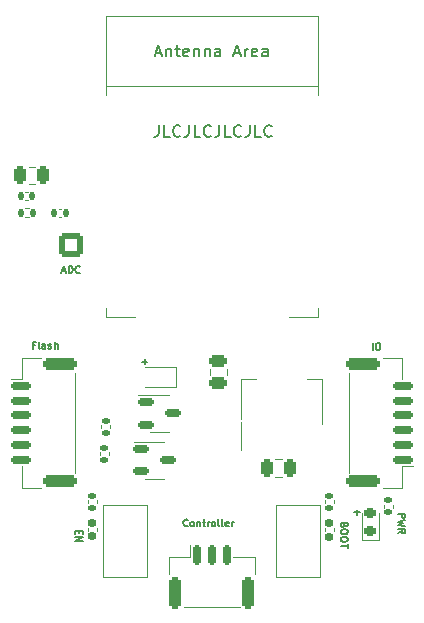
<source format=gbr>
%TF.GenerationSoftware,KiCad,Pcbnew,6.0.10-86aedd382b~118~ubuntu22.04.1*%
%TF.CreationDate,2023-02-09T07:40:42+01:00*%
%TF.ProjectId,mainBoard,6d61696e-426f-4617-9264-2e6b69636164,rev?*%
%TF.SameCoordinates,Original*%
%TF.FileFunction,Legend,Top*%
%TF.FilePolarity,Positive*%
%FSLAX46Y46*%
G04 Gerber Fmt 4.6, Leading zero omitted, Abs format (unit mm)*
G04 Created by KiCad (PCBNEW 6.0.10-86aedd382b~118~ubuntu22.04.1) date 2023-02-09 07:40:42*
%MOMM*%
%LPD*%
G01*
G04 APERTURE LIST*
G04 Aperture macros list*
%AMRoundRect*
0 Rectangle with rounded corners*
0 $1 Rounding radius*
0 $2 $3 $4 $5 $6 $7 $8 $9 X,Y pos of 4 corners*
0 Add a 4 corners polygon primitive as box body*
4,1,4,$2,$3,$4,$5,$6,$7,$8,$9,$2,$3,0*
0 Add four circle primitives for the rounded corners*
1,1,$1+$1,$2,$3*
1,1,$1+$1,$4,$5*
1,1,$1+$1,$6,$7*
1,1,$1+$1,$8,$9*
0 Add four rect primitives between the rounded corners*
20,1,$1+$1,$2,$3,$4,$5,0*
20,1,$1+$1,$4,$5,$6,$7,0*
20,1,$1+$1,$6,$7,$8,$9,0*
20,1,$1+$1,$8,$9,$2,$3,0*%
G04 Aperture macros list end*
%ADD10C,0.150000*%
%ADD11C,0.120000*%
%ADD12RoundRect,0.150000X0.700000X-0.150000X0.700000X0.150000X-0.700000X0.150000X-0.700000X-0.150000X0*%
%ADD13RoundRect,0.250000X1.150000X-0.250000X1.150000X0.250000X-1.150000X0.250000X-1.150000X-0.250000X0*%
%ADD14RoundRect,0.155000X0.155000X-0.212500X0.155000X0.212500X-0.155000X0.212500X-0.155000X-0.212500X0*%
%ADD15RoundRect,0.150000X-0.512500X-0.150000X0.512500X-0.150000X0.512500X0.150000X-0.512500X0.150000X0*%
%ADD16RoundRect,0.250000X-0.750000X-0.750000X0.750000X-0.750000X0.750000X0.750000X-0.750000X0.750000X0*%
%ADD17RoundRect,0.250000X-0.250000X-0.475000X0.250000X-0.475000X0.250000X0.475000X-0.250000X0.475000X0*%
%ADD18C,2.200000*%
%ADD19R,0.500000X0.500000*%
%ADD20RoundRect,0.250000X-0.475000X0.250000X-0.475000X-0.250000X0.475000X-0.250000X0.475000X0.250000X0*%
%ADD21RoundRect,0.135000X-0.135000X-0.185000X0.135000X-0.185000X0.135000X0.185000X-0.135000X0.185000X0*%
%ADD22RoundRect,0.140000X-0.140000X-0.170000X0.140000X-0.170000X0.140000X0.170000X-0.140000X0.170000X0*%
%ADD23RoundRect,0.218750X0.256250X-0.218750X0.256250X0.218750X-0.256250X0.218750X-0.256250X-0.218750X0*%
%ADD24RoundRect,0.135000X-0.185000X0.135000X-0.185000X-0.135000X0.185000X-0.135000X0.185000X0.135000X0*%
%ADD25RoundRect,0.135000X0.185000X-0.135000X0.185000X0.135000X-0.185000X0.135000X-0.185000X-0.135000X0*%
%ADD26RoundRect,0.250000X0.250000X0.475000X-0.250000X0.475000X-0.250000X-0.475000X0.250000X-0.475000X0*%
%ADD27RoundRect,0.150000X-0.700000X0.150000X-0.700000X-0.150000X0.700000X-0.150000X0.700000X0.150000X0*%
%ADD28RoundRect,0.250000X-1.150000X0.250000X-1.150000X-0.250000X1.150000X-0.250000X1.150000X0.250000X0*%
%ADD29RoundRect,0.150000X-0.150000X-0.700000X0.150000X-0.700000X0.150000X0.700000X-0.150000X0.700000X0*%
%ADD30RoundRect,0.250000X-0.250000X-1.100000X0.250000X-1.100000X0.250000X1.100000X-0.250000X1.100000X0*%
%ADD31R,1.500000X0.900000*%
%ADD32R,0.900000X1.500000*%
%ADD33R,0.900000X0.900000*%
%ADD34R,1.500000X1.500000*%
%ADD35R,1.500000X2.000000*%
%ADD36R,3.800000X2.000000*%
%ADD37C,0.800000*%
G04 APERTURE END LIST*
D10*
X95488342Y-93178285D02*
X95459771Y-93206857D01*
X95374057Y-93235428D01*
X95316914Y-93235428D01*
X95231200Y-93206857D01*
X95174057Y-93149714D01*
X95145485Y-93092571D01*
X95116914Y-92978285D01*
X95116914Y-92892571D01*
X95145485Y-92778285D01*
X95174057Y-92721142D01*
X95231200Y-92664000D01*
X95316914Y-92635428D01*
X95374057Y-92635428D01*
X95459771Y-92664000D01*
X95488342Y-92692571D01*
X95831200Y-93235428D02*
X95774057Y-93206857D01*
X95745485Y-93178285D01*
X95716914Y-93121142D01*
X95716914Y-92949714D01*
X95745485Y-92892571D01*
X95774057Y-92864000D01*
X95831200Y-92835428D01*
X95916914Y-92835428D01*
X95974057Y-92864000D01*
X96002628Y-92892571D01*
X96031200Y-92949714D01*
X96031200Y-93121142D01*
X96002628Y-93178285D01*
X95974057Y-93206857D01*
X95916914Y-93235428D01*
X95831200Y-93235428D01*
X96288342Y-92835428D02*
X96288342Y-93235428D01*
X96288342Y-92892571D02*
X96316914Y-92864000D01*
X96374057Y-92835428D01*
X96459771Y-92835428D01*
X96516914Y-92864000D01*
X96545485Y-92921142D01*
X96545485Y-93235428D01*
X96745485Y-92835428D02*
X96974057Y-92835428D01*
X96831200Y-92635428D02*
X96831200Y-93149714D01*
X96859771Y-93206857D01*
X96916914Y-93235428D01*
X96974057Y-93235428D01*
X97174057Y-93235428D02*
X97174057Y-92835428D01*
X97174057Y-92949714D02*
X97202628Y-92892571D01*
X97231200Y-92864000D01*
X97288342Y-92835428D01*
X97345485Y-92835428D01*
X97631200Y-93235428D02*
X97574057Y-93206857D01*
X97545485Y-93178285D01*
X97516914Y-93121142D01*
X97516914Y-92949714D01*
X97545485Y-92892571D01*
X97574057Y-92864000D01*
X97631200Y-92835428D01*
X97716914Y-92835428D01*
X97774057Y-92864000D01*
X97802628Y-92892571D01*
X97831200Y-92949714D01*
X97831200Y-93121142D01*
X97802628Y-93178285D01*
X97774057Y-93206857D01*
X97716914Y-93235428D01*
X97631200Y-93235428D01*
X98174057Y-93235428D02*
X98116914Y-93206857D01*
X98088342Y-93149714D01*
X98088342Y-92635428D01*
X98488342Y-93235428D02*
X98431200Y-93206857D01*
X98402628Y-93149714D01*
X98402628Y-92635428D01*
X98945485Y-93206857D02*
X98888342Y-93235428D01*
X98774057Y-93235428D01*
X98716914Y-93206857D01*
X98688342Y-93149714D01*
X98688342Y-92921142D01*
X98716914Y-92864000D01*
X98774057Y-92835428D01*
X98888342Y-92835428D01*
X98945485Y-92864000D01*
X98974057Y-92921142D01*
X98974057Y-92978285D01*
X98688342Y-93035428D01*
X99231200Y-93235428D02*
X99231200Y-92835428D01*
X99231200Y-92949714D02*
X99259771Y-92892571D01*
X99288342Y-92864000D01*
X99345485Y-92835428D01*
X99402628Y-92835428D01*
X86301257Y-93587942D02*
X86301257Y-93787942D01*
X85986971Y-93873657D02*
X85986971Y-93587942D01*
X86586971Y-93587942D01*
X86586971Y-93873657D01*
X85986971Y-94130800D02*
X86586971Y-94130800D01*
X85986971Y-94473657D01*
X86586971Y-94473657D01*
X82556457Y-77884342D02*
X82356457Y-77884342D01*
X82356457Y-78198628D02*
X82356457Y-77598628D01*
X82642171Y-77598628D01*
X82956457Y-78198628D02*
X82899314Y-78170057D01*
X82870742Y-78112914D01*
X82870742Y-77598628D01*
X83442171Y-78198628D02*
X83442171Y-77884342D01*
X83413600Y-77827200D01*
X83356457Y-77798628D01*
X83242171Y-77798628D01*
X83185028Y-77827200D01*
X83442171Y-78170057D02*
X83385028Y-78198628D01*
X83242171Y-78198628D01*
X83185028Y-78170057D01*
X83156457Y-78112914D01*
X83156457Y-78055771D01*
X83185028Y-77998628D01*
X83242171Y-77970057D01*
X83385028Y-77970057D01*
X83442171Y-77941485D01*
X83699314Y-78170057D02*
X83756457Y-78198628D01*
X83870742Y-78198628D01*
X83927885Y-78170057D01*
X83956457Y-78112914D01*
X83956457Y-78084342D01*
X83927885Y-78027200D01*
X83870742Y-77998628D01*
X83785028Y-77998628D01*
X83727885Y-77970057D01*
X83699314Y-77912914D01*
X83699314Y-77884342D01*
X83727885Y-77827200D01*
X83785028Y-77798628D01*
X83870742Y-77798628D01*
X83927885Y-77827200D01*
X84213600Y-78198628D02*
X84213600Y-77598628D01*
X84470742Y-78198628D02*
X84470742Y-77884342D01*
X84442171Y-77827200D01*
X84385028Y-77798628D01*
X84299314Y-77798628D01*
X84242171Y-77827200D01*
X84213600Y-77855771D01*
X113317371Y-92164000D02*
X113917371Y-92164000D01*
X113917371Y-92392571D01*
X113888800Y-92449714D01*
X113860228Y-92478285D01*
X113803085Y-92506857D01*
X113717371Y-92506857D01*
X113660228Y-92478285D01*
X113631657Y-92449714D01*
X113603085Y-92392571D01*
X113603085Y-92164000D01*
X113917371Y-92706857D02*
X113317371Y-92849714D01*
X113745942Y-92964000D01*
X113317371Y-93078285D01*
X113917371Y-93221142D01*
X113317371Y-93792571D02*
X113603085Y-93592571D01*
X113317371Y-93449714D02*
X113917371Y-93449714D01*
X113917371Y-93678285D01*
X113888800Y-93735428D01*
X113860228Y-93764000D01*
X113803085Y-93792571D01*
X113717371Y-93792571D01*
X113660228Y-93764000D01*
X113631657Y-93735428D01*
X113603085Y-93678285D01*
X113603085Y-93449714D01*
X111140914Y-78300228D02*
X111140914Y-77700228D01*
X111540914Y-77700228D02*
X111655200Y-77700228D01*
X111712342Y-77728800D01*
X111769485Y-77785942D01*
X111798057Y-77900228D01*
X111798057Y-78100228D01*
X111769485Y-78214514D01*
X111712342Y-78271657D01*
X111655200Y-78300228D01*
X111540914Y-78300228D01*
X111483771Y-78271657D01*
X111426628Y-78214514D01*
X111398057Y-78100228D01*
X111398057Y-77900228D01*
X111426628Y-77785942D01*
X111483771Y-77728800D01*
X111540914Y-77700228D01*
X84855142Y-71626400D02*
X85140857Y-71626400D01*
X84798000Y-71797828D02*
X84998000Y-71197828D01*
X85198000Y-71797828D01*
X85398000Y-71797828D02*
X85398000Y-71197828D01*
X85540857Y-71197828D01*
X85626571Y-71226400D01*
X85683714Y-71283542D01*
X85712285Y-71340685D01*
X85740857Y-71454971D01*
X85740857Y-71540685D01*
X85712285Y-71654971D01*
X85683714Y-71712114D01*
X85626571Y-71769257D01*
X85540857Y-71797828D01*
X85398000Y-71797828D01*
X86340857Y-71740685D02*
X86312285Y-71769257D01*
X86226571Y-71797828D01*
X86169428Y-71797828D01*
X86083714Y-71769257D01*
X86026571Y-71712114D01*
X85998000Y-71654971D01*
X85969428Y-71540685D01*
X85969428Y-71454971D01*
X85998000Y-71340685D01*
X86026571Y-71283542D01*
X86083714Y-71226400D01*
X86169428Y-71197828D01*
X86226571Y-71197828D01*
X86312285Y-71226400D01*
X86340857Y-71254971D01*
X91617828Y-79290857D02*
X92074971Y-79290857D01*
X91846400Y-79519428D02*
X91846400Y-79062285D01*
X109601028Y-92041657D02*
X110058171Y-92041657D01*
X109829600Y-92270228D02*
X109829600Y-91813085D01*
X108754857Y-93114914D02*
X108726285Y-93200628D01*
X108697714Y-93229200D01*
X108640571Y-93257771D01*
X108554857Y-93257771D01*
X108497714Y-93229200D01*
X108469142Y-93200628D01*
X108440571Y-93143485D01*
X108440571Y-92914914D01*
X109040571Y-92914914D01*
X109040571Y-93114914D01*
X109012000Y-93172057D01*
X108983428Y-93200628D01*
X108926285Y-93229200D01*
X108869142Y-93229200D01*
X108812000Y-93200628D01*
X108783428Y-93172057D01*
X108754857Y-93114914D01*
X108754857Y-92914914D01*
X109040571Y-93629200D02*
X109040571Y-93743485D01*
X109012000Y-93800628D01*
X108954857Y-93857771D01*
X108840571Y-93886342D01*
X108640571Y-93886342D01*
X108526285Y-93857771D01*
X108469142Y-93800628D01*
X108440571Y-93743485D01*
X108440571Y-93629200D01*
X108469142Y-93572057D01*
X108526285Y-93514914D01*
X108640571Y-93486342D01*
X108840571Y-93486342D01*
X108954857Y-93514914D01*
X109012000Y-93572057D01*
X109040571Y-93629200D01*
X109040571Y-94257771D02*
X109040571Y-94372057D01*
X109012000Y-94429200D01*
X108954857Y-94486342D01*
X108840571Y-94514914D01*
X108640571Y-94514914D01*
X108526285Y-94486342D01*
X108469142Y-94429200D01*
X108440571Y-94372057D01*
X108440571Y-94257771D01*
X108469142Y-94200628D01*
X108526285Y-94143485D01*
X108640571Y-94114914D01*
X108840571Y-94114914D01*
X108954857Y-94143485D01*
X109012000Y-94200628D01*
X109040571Y-94257771D01*
X109040571Y-94686342D02*
X109040571Y-95029200D01*
X108440571Y-94857771D02*
X109040571Y-94857771D01*
X93018552Y-59243980D02*
X93018552Y-59958266D01*
X92970933Y-60101123D01*
X92875695Y-60196361D01*
X92732838Y-60243980D01*
X92637600Y-60243980D01*
X93970933Y-60243980D02*
X93494742Y-60243980D01*
X93494742Y-59243980D01*
X94875695Y-60148742D02*
X94828076Y-60196361D01*
X94685219Y-60243980D01*
X94589980Y-60243980D01*
X94447123Y-60196361D01*
X94351885Y-60101123D01*
X94304266Y-60005885D01*
X94256647Y-59815409D01*
X94256647Y-59672552D01*
X94304266Y-59482076D01*
X94351885Y-59386838D01*
X94447123Y-59291600D01*
X94589980Y-59243980D01*
X94685219Y-59243980D01*
X94828076Y-59291600D01*
X94875695Y-59339219D01*
X95589980Y-59243980D02*
X95589980Y-59958266D01*
X95542361Y-60101123D01*
X95447123Y-60196361D01*
X95304266Y-60243980D01*
X95209028Y-60243980D01*
X96542361Y-60243980D02*
X96066171Y-60243980D01*
X96066171Y-59243980D01*
X97447123Y-60148742D02*
X97399504Y-60196361D01*
X97256647Y-60243980D01*
X97161409Y-60243980D01*
X97018552Y-60196361D01*
X96923314Y-60101123D01*
X96875695Y-60005885D01*
X96828076Y-59815409D01*
X96828076Y-59672552D01*
X96875695Y-59482076D01*
X96923314Y-59386838D01*
X97018552Y-59291600D01*
X97161409Y-59243980D01*
X97256647Y-59243980D01*
X97399504Y-59291600D01*
X97447123Y-59339219D01*
X98161409Y-59243980D02*
X98161409Y-59958266D01*
X98113790Y-60101123D01*
X98018552Y-60196361D01*
X97875695Y-60243980D01*
X97780457Y-60243980D01*
X99113790Y-60243980D02*
X98637600Y-60243980D01*
X98637600Y-59243980D01*
X100018552Y-60148742D02*
X99970933Y-60196361D01*
X99828076Y-60243980D01*
X99732838Y-60243980D01*
X99589980Y-60196361D01*
X99494742Y-60101123D01*
X99447123Y-60005885D01*
X99399504Y-59815409D01*
X99399504Y-59672552D01*
X99447123Y-59482076D01*
X99494742Y-59386838D01*
X99589980Y-59291600D01*
X99732838Y-59243980D01*
X99828076Y-59243980D01*
X99970933Y-59291600D01*
X100018552Y-59339219D01*
X100732838Y-59243980D02*
X100732838Y-59958266D01*
X100685219Y-60101123D01*
X100589980Y-60196361D01*
X100447123Y-60243980D01*
X100351885Y-60243980D01*
X101685219Y-60243980D02*
X101209028Y-60243980D01*
X101209028Y-59243980D01*
X102589980Y-60148742D02*
X102542361Y-60196361D01*
X102399504Y-60243980D01*
X102304266Y-60243980D01*
X102161409Y-60196361D01*
X102066171Y-60101123D01*
X102018552Y-60005885D01*
X101970933Y-59815409D01*
X101970933Y-59672552D01*
X102018552Y-59482076D01*
X102066171Y-59386838D01*
X102161409Y-59291600D01*
X102304266Y-59243980D01*
X102399504Y-59243980D01*
X102542361Y-59291600D01*
X102589980Y-59339219D01*
%TO.C,U2*%
X92774095Y-53158666D02*
X93250285Y-53158666D01*
X92678857Y-53444380D02*
X93012190Y-52444380D01*
X93345523Y-53444380D01*
X93678857Y-52777714D02*
X93678857Y-53444380D01*
X93678857Y-52872952D02*
X93726476Y-52825333D01*
X93821714Y-52777714D01*
X93964571Y-52777714D01*
X94059809Y-52825333D01*
X94107428Y-52920571D01*
X94107428Y-53444380D01*
X94440761Y-52777714D02*
X94821714Y-52777714D01*
X94583619Y-52444380D02*
X94583619Y-53301523D01*
X94631238Y-53396761D01*
X94726476Y-53444380D01*
X94821714Y-53444380D01*
X95536000Y-53396761D02*
X95440761Y-53444380D01*
X95250285Y-53444380D01*
X95155047Y-53396761D01*
X95107428Y-53301523D01*
X95107428Y-52920571D01*
X95155047Y-52825333D01*
X95250285Y-52777714D01*
X95440761Y-52777714D01*
X95536000Y-52825333D01*
X95583619Y-52920571D01*
X95583619Y-53015809D01*
X95107428Y-53111047D01*
X96012190Y-52777714D02*
X96012190Y-53444380D01*
X96012190Y-52872952D02*
X96059809Y-52825333D01*
X96155047Y-52777714D01*
X96297904Y-52777714D01*
X96393142Y-52825333D01*
X96440761Y-52920571D01*
X96440761Y-53444380D01*
X96916952Y-52777714D02*
X96916952Y-53444380D01*
X96916952Y-52872952D02*
X96964571Y-52825333D01*
X97059809Y-52777714D01*
X97202666Y-52777714D01*
X97297904Y-52825333D01*
X97345523Y-52920571D01*
X97345523Y-53444380D01*
X98250285Y-53444380D02*
X98250285Y-52920571D01*
X98202666Y-52825333D01*
X98107428Y-52777714D01*
X97916952Y-52777714D01*
X97821714Y-52825333D01*
X98250285Y-53396761D02*
X98155047Y-53444380D01*
X97916952Y-53444380D01*
X97821714Y-53396761D01*
X97774095Y-53301523D01*
X97774095Y-53206285D01*
X97821714Y-53111047D01*
X97916952Y-53063428D01*
X98155047Y-53063428D01*
X98250285Y-53015809D01*
X99440761Y-53158666D02*
X99916952Y-53158666D01*
X99345523Y-53444380D02*
X99678857Y-52444380D01*
X100012190Y-53444380D01*
X100345523Y-53444380D02*
X100345523Y-52777714D01*
X100345523Y-52968190D02*
X100393142Y-52872952D01*
X100440761Y-52825333D01*
X100536000Y-52777714D01*
X100631238Y-52777714D01*
X101345523Y-53396761D02*
X101250285Y-53444380D01*
X101059809Y-53444380D01*
X100964571Y-53396761D01*
X100916952Y-53301523D01*
X100916952Y-52920571D01*
X100964571Y-52825333D01*
X101059809Y-52777714D01*
X101250285Y-52777714D01*
X101345523Y-52825333D01*
X101393142Y-52920571D01*
X101393142Y-53015809D01*
X100916952Y-53111047D01*
X102250285Y-53444380D02*
X102250285Y-52920571D01*
X102202666Y-52825333D01*
X102107428Y-52777714D01*
X101916952Y-52777714D01*
X101821714Y-52825333D01*
X102250285Y-53396761D02*
X102155047Y-53444380D01*
X101916952Y-53444380D01*
X101821714Y-53396761D01*
X101774095Y-53301523D01*
X101774095Y-53206285D01*
X101821714Y-53111047D01*
X101916952Y-53063428D01*
X102155047Y-53063428D01*
X102250285Y-53015809D01*
D11*
%TO.C,J2*%
X113620000Y-78970000D02*
X113620000Y-80770000D01*
X113620000Y-88140000D02*
X114560000Y-88140000D01*
X112020000Y-78970000D02*
X113620000Y-78970000D01*
X112020000Y-89940000D02*
X113620000Y-89940000D01*
X109150000Y-88670000D02*
X109150000Y-80240000D01*
X113620000Y-89940000D02*
X113620000Y-88140000D01*
%TO.C,C6*%
X107132800Y-93638635D02*
X107132800Y-93406965D01*
X107852800Y-93638635D02*
X107852800Y-93406965D01*
%TO.C,Q1*%
X93065600Y-82107600D02*
X93865600Y-82107600D01*
X93065600Y-85227600D02*
X93865600Y-85227600D01*
X93065600Y-85227600D02*
X92265600Y-85227600D01*
X93065600Y-82107600D02*
X91265600Y-82107600D01*
%TO.C,C4*%
X82019548Y-64235000D02*
X82542052Y-64235000D01*
X82019548Y-62765000D02*
X82542052Y-62765000D01*
%TO.C,D2*%
X94464000Y-79769600D02*
X91914000Y-79769600D01*
X94464000Y-81469600D02*
X94464000Y-79769600D01*
X94464000Y-81469600D02*
X91914000Y-81469600D01*
%TO.C,C2*%
X98829800Y-79901148D02*
X98829800Y-80423652D01*
X97359800Y-79901148D02*
X97359800Y-80423652D01*
%TO.C,R2*%
X81719518Y-66294000D02*
X82026800Y-66294000D01*
X81719518Y-67054000D02*
X82026800Y-67054000D01*
%TO.C,C3*%
X84560564Y-66340400D02*
X84776236Y-66340400D01*
X84560564Y-67060400D02*
X84776236Y-67060400D01*
%TO.C,D1*%
X110212200Y-94347400D02*
X111682200Y-94347400D01*
X110212200Y-92062400D02*
X110212200Y-94347400D01*
X111682200Y-94347400D02*
X111682200Y-92062400D01*
%TO.C,R5*%
X107112800Y-90981559D02*
X107112800Y-91288841D01*
X107872800Y-90981559D02*
X107872800Y-91288841D01*
%TO.C,R1*%
X112091200Y-91387959D02*
X112091200Y-91695241D01*
X112851200Y-91387959D02*
X112851200Y-91695241D01*
%TO.C,R3*%
X88062800Y-87224841D02*
X88062800Y-86917559D01*
X88822800Y-87224841D02*
X88822800Y-86917559D01*
%TO.C,C1*%
X103436052Y-87555400D02*
X102913548Y-87555400D01*
X103436052Y-89025400D02*
X102913548Y-89025400D01*
%TO.C,R4*%
X88164400Y-84938841D02*
X88164400Y-84631559D01*
X88924400Y-84938841D02*
X88924400Y-84631559D01*
%TO.C,C5*%
X81715764Y-64918000D02*
X81931436Y-64918000D01*
X81715764Y-65638000D02*
X81931436Y-65638000D01*
%TO.C,J3*%
X81452000Y-80770000D02*
X80512000Y-80770000D01*
X81452000Y-89940000D02*
X81452000Y-88140000D01*
X83052000Y-78970000D02*
X81452000Y-78970000D01*
X83052000Y-89940000D02*
X81452000Y-89940000D01*
X81452000Y-78970000D02*
X81452000Y-80770000D01*
X85922000Y-80240000D02*
X85922000Y-88670000D01*
%TO.C,C7*%
X87786800Y-93587835D02*
X87786800Y-93356165D01*
X87066800Y-93587835D02*
X87066800Y-93356165D01*
%TO.C,J4*%
X101146000Y-97276000D02*
X101146000Y-95826000D01*
X95726000Y-95826000D02*
X95726000Y-94836000D01*
X95196000Y-100096000D02*
X99876000Y-100096000D01*
X93926000Y-97276000D02*
X93926000Y-95826000D01*
X101146000Y-95826000D02*
X99346000Y-95826000D01*
X93926000Y-95826000D02*
X95726000Y-95826000D01*
%TO.C,U2*%
X105786000Y-75492000D02*
X104036000Y-75492000D01*
X88536000Y-75492000D02*
X89286000Y-75492000D01*
X106536000Y-74742000D02*
X106536000Y-75492000D01*
X88536000Y-49992000D02*
X106536000Y-49992000D01*
X88536000Y-49992000D02*
X88536000Y-56742000D01*
X106536000Y-49992000D02*
X106536000Y-56742000D01*
X106536000Y-75492000D02*
X105786000Y-75492000D01*
X106536000Y-55932000D02*
X88536000Y-55932000D01*
X88536000Y-74742000D02*
X88536000Y-75492000D01*
X89286000Y-75492000D02*
X91036000Y-75492000D01*
%TO.C,SW1*%
X102950400Y-91428000D02*
X106650400Y-91428000D01*
X106650400Y-97548000D02*
X102950400Y-97548000D01*
X106650400Y-91428000D02*
X106650400Y-97548000D01*
X102950400Y-97548000D02*
X102950400Y-91428000D01*
%TO.C,Q2*%
X92710000Y-89190000D02*
X93510000Y-89190000D01*
X92710000Y-89190000D02*
X91910000Y-89190000D01*
X92710000Y-86070000D02*
X90910000Y-86070000D01*
X92710000Y-86070000D02*
X93510000Y-86070000D01*
%TO.C,SW2*%
X88320000Y-91428000D02*
X92020000Y-91428000D01*
X92020000Y-91428000D02*
X92020000Y-97548000D01*
X88320000Y-97548000D02*
X88320000Y-91428000D01*
X92020000Y-97548000D02*
X88320000Y-97548000D01*
%TO.C,U1*%
X100018800Y-86802400D02*
X100018800Y-80792400D01*
X106838800Y-84552400D02*
X106838800Y-80792400D01*
X100018800Y-80792400D02*
X101278800Y-80792400D01*
X106838800Y-80792400D02*
X105578800Y-80792400D01*
%TO.C,R6*%
X87806800Y-90981559D02*
X87806800Y-91288841D01*
X87046800Y-90981559D02*
X87046800Y-91288841D01*
%TD*%
%LPC*%
D12*
%TO.C,J2*%
X113710000Y-87580000D03*
X113710000Y-86330000D03*
X113710000Y-85080000D03*
X113710000Y-83830000D03*
X113710000Y-82580000D03*
X113710000Y-81330000D03*
D13*
X110360000Y-79480000D03*
X110360000Y-89430000D03*
%TD*%
D14*
%TO.C,C6*%
X107492800Y-94090300D03*
X107492800Y-92955300D03*
%TD*%
D15*
%TO.C,Q1*%
X91928100Y-82717600D03*
X91928100Y-84617600D03*
X94203100Y-83667600D03*
%TD*%
D16*
%TO.C,J1*%
X85648800Y-69392800D03*
%TD*%
D17*
%TO.C,C4*%
X81330800Y-63500000D03*
X83230800Y-63500000D03*
%TD*%
D18*
%TO.C,H2*%
X83312000Y-97536000D03*
%TD*%
D19*
%TO.C,D2*%
X94064000Y-80619600D03*
X91864000Y-80619600D03*
%TD*%
D20*
%TO.C,C2*%
X98094800Y-79212400D03*
X98094800Y-81112400D03*
%TD*%
D21*
%TO.C,R2*%
X81363159Y-66674000D03*
X82383159Y-66674000D03*
%TD*%
D22*
%TO.C,C3*%
X84188400Y-66700400D03*
X85148400Y-66700400D03*
%TD*%
D23*
%TO.C,D1*%
X110947200Y-93649900D03*
X110947200Y-92074900D03*
%TD*%
D24*
%TO.C,R5*%
X107492800Y-90625200D03*
X107492800Y-91645200D03*
%TD*%
D18*
%TO.C,H1*%
X83312000Y-52070000D03*
%TD*%
D24*
%TO.C,R1*%
X112471200Y-91031600D03*
X112471200Y-92051600D03*
%TD*%
D25*
%TO.C,R3*%
X88442800Y-87581200D03*
X88442800Y-86561200D03*
%TD*%
D26*
%TO.C,C1*%
X104124800Y-88290400D03*
X102224800Y-88290400D03*
%TD*%
D18*
%TO.C,H4*%
X111760000Y-97536000D03*
%TD*%
D25*
%TO.C,R4*%
X88544400Y-85295200D03*
X88544400Y-84275200D03*
%TD*%
D22*
%TO.C,C5*%
X81343600Y-65278000D03*
X82303600Y-65278000D03*
%TD*%
D27*
%TO.C,J3*%
X81362000Y-81330000D03*
X81362000Y-82580000D03*
X81362000Y-83830000D03*
X81362000Y-85080000D03*
X81362000Y-86330000D03*
X81362000Y-87580000D03*
D28*
X84712000Y-89430000D03*
X84712000Y-79480000D03*
%TD*%
D14*
%TO.C,C7*%
X87426800Y-94039500D03*
X87426800Y-92904500D03*
%TD*%
D29*
%TO.C,J4*%
X96286000Y-95686000D03*
X97536000Y-95686000D03*
X98786000Y-95686000D03*
D30*
X100636000Y-98886000D03*
X94436000Y-98886000D03*
%TD*%
D31*
%TO.C,U2*%
X88786000Y-57482000D03*
X88786000Y-58752000D03*
X88786000Y-60022000D03*
X88786000Y-61292000D03*
X88786000Y-62562000D03*
X88786000Y-63832000D03*
X88786000Y-65102000D03*
X88786000Y-66372000D03*
X88786000Y-67642000D03*
X88786000Y-68912000D03*
X88786000Y-70182000D03*
X88786000Y-71452000D03*
X88786000Y-72722000D03*
X88786000Y-73992000D03*
D32*
X91816000Y-75242000D03*
X93086000Y-75242000D03*
X94356000Y-75242000D03*
X95626000Y-75242000D03*
X96896000Y-75242000D03*
X98166000Y-75242000D03*
X99436000Y-75242000D03*
X100706000Y-75242000D03*
X101976000Y-75242000D03*
X103246000Y-75242000D03*
D31*
X106286000Y-73992000D03*
X106286000Y-72722000D03*
X106286000Y-71452000D03*
X106286000Y-70182000D03*
X106286000Y-68912000D03*
X106286000Y-67642000D03*
X106286000Y-66372000D03*
X106286000Y-65102000D03*
X106286000Y-63832000D03*
X106286000Y-62562000D03*
X106286000Y-61292000D03*
X106286000Y-60022000D03*
X106286000Y-58752000D03*
X106286000Y-57482000D03*
D33*
X96036000Y-66602000D03*
X96036000Y-63802000D03*
X97436000Y-63802000D03*
X97436000Y-65202000D03*
X97436000Y-66602000D03*
X94636000Y-65202000D03*
X94636000Y-66602000D03*
X94636000Y-63802000D03*
X96036000Y-65202000D03*
%TD*%
D34*
%TO.C,SW1*%
X104800400Y-98388000D03*
X104800400Y-90588000D03*
%TD*%
D15*
%TO.C,Q2*%
X93847500Y-87630000D03*
X91572500Y-88580000D03*
X91572500Y-86680000D03*
%TD*%
D34*
%TO.C,SW2*%
X90170000Y-98388000D03*
X90170000Y-90588000D03*
%TD*%
D35*
%TO.C,U1*%
X101128800Y-85852400D03*
X103428800Y-85852400D03*
D36*
X103428800Y-79552400D03*
D35*
X105728800Y-85852400D03*
%TD*%
D24*
%TO.C,R6*%
X87426800Y-90625200D03*
X87426800Y-91645200D03*
%TD*%
D18*
%TO.C,H3*%
X111760000Y-52070000D03*
%TD*%
D37*
X94386400Y-82397600D03*
X97261500Y-82788850D03*
X101142800Y-88493600D03*
X93319600Y-66598800D03*
X90220800Y-99872800D03*
X87477600Y-95148400D03*
X101193600Y-87579200D03*
X112034800Y-86330000D03*
X93319600Y-63804800D03*
X98755200Y-82143600D03*
X97942400Y-93929200D03*
X84124800Y-82245200D03*
X97028000Y-93929200D03*
X97434400Y-62687200D03*
X90424000Y-57454800D03*
X104749600Y-100025200D03*
X98755200Y-63804800D03*
X101346000Y-84277200D03*
X85125600Y-65481200D03*
X91846400Y-73812400D03*
X96012000Y-67818000D03*
X98755200Y-66598800D03*
X85242400Y-81889600D03*
X100431600Y-84328000D03*
X94640400Y-62687200D03*
X96062800Y-62687200D03*
X107492800Y-95351600D03*
X94640400Y-67818000D03*
X97434400Y-67868800D03*
X112623600Y-93700700D03*
X93370400Y-65176400D03*
X104698800Y-57454800D03*
X98755200Y-65176400D03*
X83347600Y-65227200D03*
X105308400Y-76454000D03*
X84429600Y-72593200D03*
X106496730Y-78201130D03*
X87071200Y-72593200D03*
X82448400Y-72593200D03*
X91643200Y-72644000D03*
X87426800Y-77419200D03*
X89916000Y-77368400D03*
X95208873Y-85645973D03*
X95208873Y-87582027D03*
X98856800Y-92252800D03*
X101230300Y-92252800D03*
X104546400Y-70307200D03*
X111404400Y-70307200D03*
X101600000Y-70256400D03*
X98247200Y-70205600D03*
X99060000Y-69291200D03*
X104546400Y-69291200D03*
X102514400Y-69291200D03*
X111404400Y-69291200D03*
X90424000Y-86044700D03*
X90474800Y-84545700D03*
X89475438Y-84528921D03*
X89458800Y-86794200D03*
X89865200Y-80619600D03*
X87477600Y-80619600D03*
M02*

</source>
